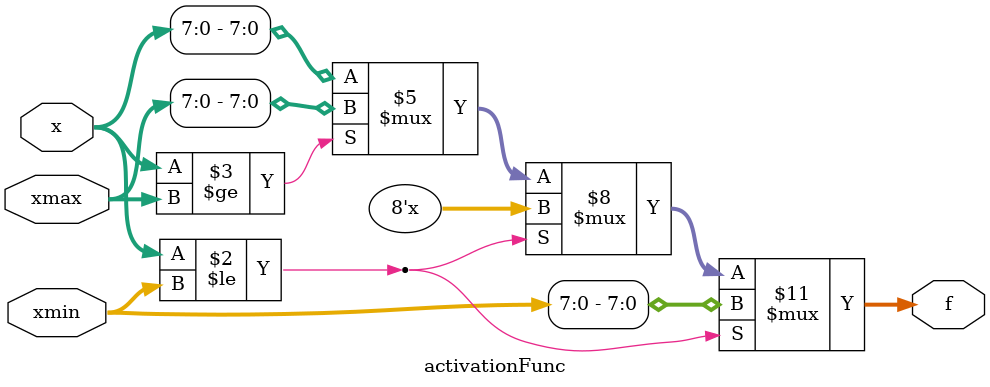
<source format=v>
module neuron(X1, X2, X3, X4, W1, W2, W3, W4, bias, xmin, xmax, Y);
	input signed [7:0] X1, X2, X3, X4, W1, W2, W3, W4;
	input signed [15:0] bias;
	input signed [11:0] xmin, xmax;
	output signed [7:0] Y;
	
	reg signed [18:0] Sum;
	/* add your code to complete the description */

	wire signed [16:0] Z1, Z2, Z3, Z4;
	

  assign Z1= (X1*W1);
  assign Z2= (X2*W2);
  assign Z3= (X3*W3);
  assign Z4= (X4*W4);

  assign Sum = (Z1+Z2+Z3+Z4+bias)>>7;

  activationFunc func(.x(Sum), .f(Y), .xmin(xmin), .xmax(xmax));
	
endmodule



module activationFunc(x,f,xmin,xmax);

input signed [11:0] x;
output reg signed [7:0] f;
input signed [11:0] xmin, xmax;

	/*add your code to complete the description*/
  always @(x, f, xmin, xmax) begin
    if (x <= xmin) begin
      f = xmin; // Pendenza costante prima di xmin, essendo lo slope = 1
    end else if (x >= xmax) begin
      f = xmax; // Pendenza costante dopo xmax, essendo lo slope = 1
	end else begin
      f = x;  // Mantieni la tangente nel range
	end
	end
endmodule
</source>
